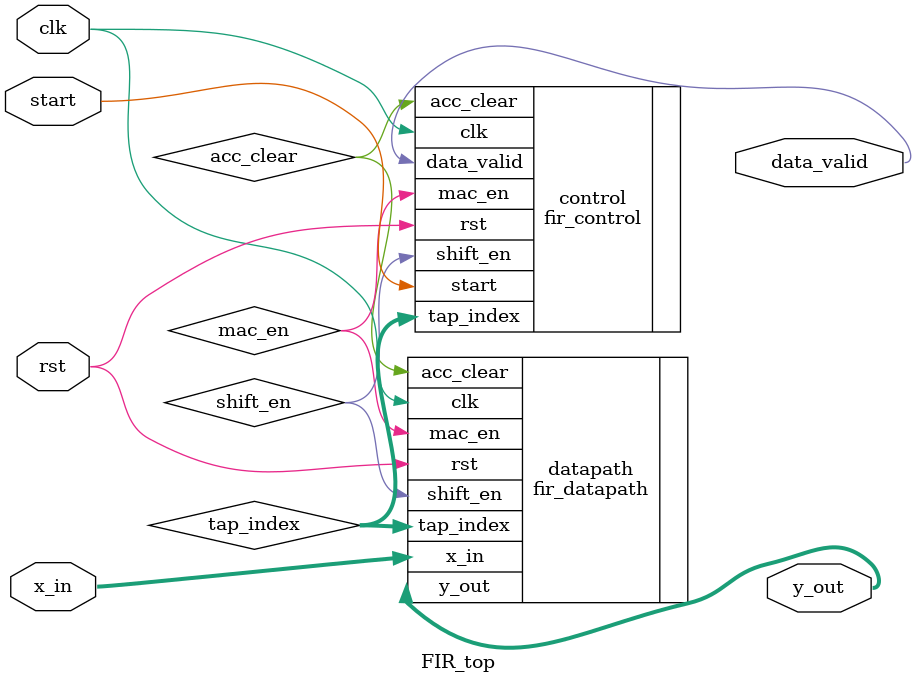
<source format=v>
/*******************************************************
Arquitetura geral
fir_top
 ├── fir_control  (FSM)
 ├── fir_datapath (MAC + shift register + ROM)

Fluxo por amostra:
 -> CAPTURE
 -> SHIFT
 -> PROCESS (loop MAC por K ciclos)
 -> DONE (data_valid = 1 por 1 ciclo)

Parâmetros do Projeto:
parameter K  = 8;    // número de taps (mínimo 8)
parameter DW = 8;    // largura da entrada x
parameter CW = 8;    // largura coeficientes h

Unidade de Controle (FSM)
-> IDLE
-> CAPTURE
-> SHIFT
-> PROCESS

FIR_top
│
├── FIR_control
│     └── FSM states
│
└── FIR_datapath
      ├── shift_register
      ├── coefficient_ROM
      ├── multiplier
      ├── adder
      ├── accumulator
      └── output_register

O projeto foi estruturado de forma hierárquica.
O módulo top conecta a unidade de controle e a unidade de dados.
A unidade de dados contém o shift register, ROM de coeficientes e a unidade MAC.
Essa divisão garante modularidade e reutilização de hardware conforme exigido.

*******************************************************************************/   

/*******************************************************************************
FSM_control é a Unidade de Controle (FSM – Finite State Machine) do filtro FIR.
Controla quando cada operação deve acontecer.
********************************************************************************/

module FIR_control #(
    parameter K = 8
)(
    input  wire clk,
    input  wire rst,
    input  wire start,              // nova amostra disponível
    output reg  shift_en,
    output reg  acc_clear,
    output reg  mac_en,
    output reg  data_valid,
    output reg  [$clog2(K)-1:0] tap_index
);

localparam IDLE    = 3'd0;
localparam CAPTURE = 3'd1;
localparam SHIFT   = 3'd2;
localparam PROCESS = 3'd3;
localparam DONE    = 3'd4;

reg [2:0] state, next_state;

always @(posedge clk or posedge rst) begin
    if (rst)
        state <= IDLE;
    else
        state <= next_state;
end

always @(*) begin
    next_state = state;
    case(state)
        IDLE:    if (start) next_state = CAPTURE;
        CAPTURE: next_state = SHIFT;
        SHIFT:   next_state = PROCESS;
        PROCESS: if (tap_index == K-1) next_state = DONE;
        DONE:    next_state = IDLE;
    endcase
end

always @(posedge clk or posedge rst) begin
    if (rst) begin
        tap_index <= 0;
        shift_en  <= 0;
        mac_en    <= 0;
        acc_clear <= 0;
        data_valid<= 0;
    end else begin
        shift_en   <= 0;
        mac_en     <= 0;
        acc_clear  <= 0;
        data_valid <= 0;

        case(state)

            CAPTURE: begin
                acc_clear <= 1;
                tap_index <= 0;
            end

            SHIFT: begin
                shift_en <= 1;
            end

            PROCESS: begin
                mac_en <= 1;
                tap_index <= tap_index + 1;
            end

            DONE: begin
                data_valid <= 1;
            end
        endcase
    end
end

endmodule
 
/***************************************************************************
Datapath é o bloco responsável por:
Fazer todas as operações matemáticas do filtro FIR
Contém:
Shift register (linha de atraso)
ROM coeficientes
MUX seleção tap
Multiplicador
Somador
Acumulador
Registrador de saída
******************************************************************************/

module FIR_datapath #(
    parameter K  = 8,
    parameter DW = 8,
    parameter CW = 8
)(
    input  wire clk,
    input  wire rst,

    input  wire shift_en,
    input  wire mac_en,
    input  wire acc_clear,

    input  wire signed [DW-1:0] x_in,
    input  wire [$clog2(K)-1:0] tap_index,

    output reg  signed [DW+CW+$clog2(K):0] y_out
);

localparam PW = DW + CW;
localparam AW = PW + $clog2(K) + 1;

// -------------------------
// Shift Register
// -------------------------

reg signed [DW-1:0] shift_reg [0:K-1];

integer i;

always @(posedge clk) begin
    if (shift_en) begin
        shift_reg[0] <= x_in;
        for (i = 1; i < K; i = i + 1)
            shift_reg[i] <= shift_reg[i-1];
    end
end

// -------------------------
// ROM Coeficientes
// -------------------------

reg signed [CW-1:0] coeff_rom [0:K-1];

initial begin
    $readmemh("coeffs.mem", coeff_rom);
end

// -------------------------
// MAC
// -------------------------

wire signed [DW-1:0] sample = shift_reg[tap_index];
wire signed [CW-1:0] coeff  = coeff_rom[tap_index];

wire signed [PW-1:0] product;
assign product = sample * coeff;

reg signed [AW-1:0] accumulator;

always @(posedge clk or posedge rst) begin
    if (rst)
        accumulator <= 0;
    else if (acc_clear)
        accumulator <= 0;
    else if (mac_en)
        accumulator <= accumulator + product;
end

// -------------------------
// Latch de saída
// -------------------------

always @(posedge clk) begin
    if (mac_en && tap_index == K-1)
        y_out <= accumulator + product;
end

endmodule

/**********************************************************************
O Módulo Top é o bloco principal do projeto.
-> Conecta todos os outros módulos
-> Organiza a arquitetura completa
-> É a interface externa do sistema

**********************************************************************/

module FIR_top #(
    parameter K  = 8,
    parameter DW = 8,
    parameter CW = 8
)(
    input  wire clk,
    input  wire rst,
    input  wire start,
    input  wire signed [DW-1:0] x_in,
    output wire signed [DW+CW+$clog2(K):0] y_out,
    output wire data_valid
);

wire shift_en;
wire mac_en;
wire acc_clear;
wire [$clog2(K)-1:0] tap_index;

fir_control #(K) control (
    .clk(clk),
    .rst(rst),
    .start(start),
    .shift_en(shift_en),
    .acc_clear(acc_clear),
    .mac_en(mac_en),
    .data_valid(data_valid),
    .tap_index(tap_index)
);

fir_datapath #(K, DW, CW) datapath (
    .clk(clk),
    .rst(rst),
    .shift_en(shift_en),
    .mac_en(mac_en),
    .acc_clear(acc_clear),
    .x_in(x_in),
    .tap_index(tap_index),
    .y_out(y_out)
);

endmodule

  
</source>
